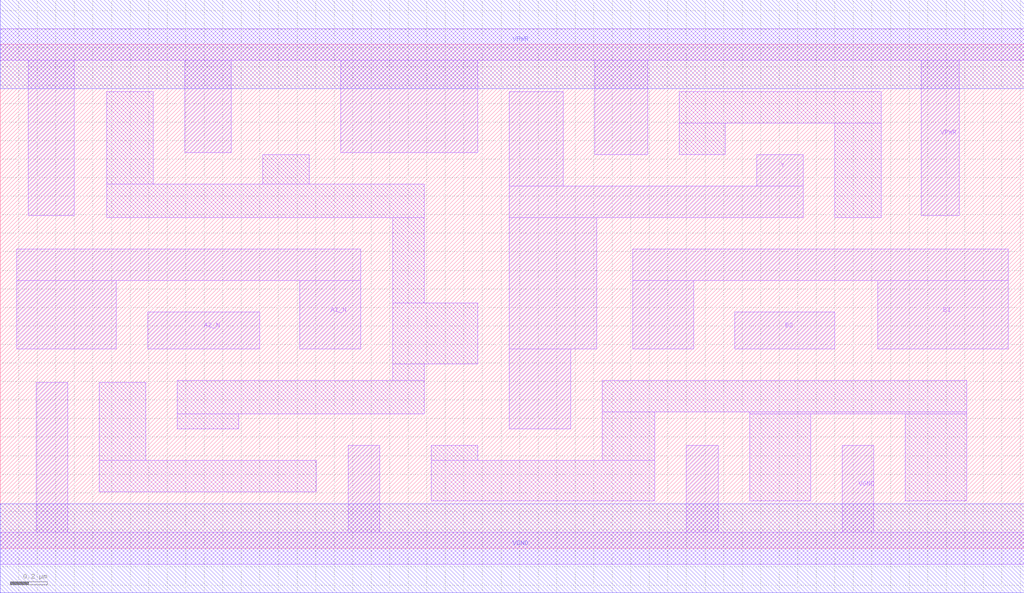
<source format=lef>
# Copyright 2020 The SkyWater PDK Authors
#
# Licensed under the Apache License, Version 2.0 (the "License");
# you may not use this file except in compliance with the License.
# You may obtain a copy of the License at
#
#     https://www.apache.org/licenses/LICENSE-2.0
#
# Unless required by applicable law or agreed to in writing, software
# distributed under the License is distributed on an "AS IS" BASIS,
# WITHOUT WARRANTIES OR CONDITIONS OF ANY KIND, either express or implied.
# See the License for the specific language governing permissions and
# limitations under the License.
#
# SPDX-License-Identifier: Apache-2.0

VERSION 5.5 ;
NAMESCASESENSITIVE ON ;
BUSBITCHARS "[]" ;
DIVIDERCHAR "/" ;
MACRO sky130_fd_sc_hd__o2bb2ai_2
  CLASS CORE ;
  SOURCE USER ;
  ORIGIN  0.000000  0.000000 ;
  SIZE  5.520000 BY  2.720000 ;
  SYMMETRY X Y R90 ;
  SITE unithd ;
  PIN A1_N
    ANTENNAGATEAREA  0.495000 ;
    DIRECTION INPUT ;
    USE SIGNAL ;
    PORT
      LAYER li1 ;
        RECT 0.090000 1.075000 0.625000 1.445000 ;
        RECT 0.090000 1.445000 1.945000 1.615000 ;
        RECT 1.615000 1.075000 1.945000 1.445000 ;
    END
  END A1_N
  PIN A2_N
    ANTENNAGATEAREA  0.495000 ;
    DIRECTION INPUT ;
    USE SIGNAL ;
    PORT
      LAYER li1 ;
        RECT 0.795000 1.075000 1.400000 1.275000 ;
    END
  END A2_N
  PIN B1
    ANTENNAGATEAREA  0.495000 ;
    DIRECTION INPUT ;
    USE SIGNAL ;
    PORT
      LAYER li1 ;
        RECT 3.410000 1.075000 3.740000 1.445000 ;
        RECT 3.410000 1.445000 5.435000 1.615000 ;
        RECT 4.730000 1.075000 5.435000 1.445000 ;
    END
  END B1
  PIN B2
    ANTENNAGATEAREA  0.495000 ;
    DIRECTION INPUT ;
    USE SIGNAL ;
    PORT
      LAYER li1 ;
        RECT 3.960000 1.075000 4.500000 1.275000 ;
    END
  END B2
  PIN Y
    ANTENNADIFFAREA  0.715500 ;
    DIRECTION OUTPUT ;
    USE SIGNAL ;
    PORT
      LAYER li1 ;
        RECT 2.745000 0.645000 3.075000 1.075000 ;
        RECT 2.745000 1.075000 3.215000 1.785000 ;
        RECT 2.745000 1.785000 4.330000 1.955000 ;
        RECT 2.745000 1.955000 3.035000 2.465000 ;
        RECT 4.080000 1.955000 4.330000 2.125000 ;
    END
  END Y
  PIN VGND
    DIRECTION INOUT ;
    SHAPE ABUTMENT ;
    USE GROUND ;
    PORT
      LAYER li1 ;
        RECT 0.000000 -0.085000 5.520000 0.085000 ;
        RECT 0.195000  0.085000 0.365000 0.895000 ;
        RECT 1.875000  0.085000 2.045000 0.555000 ;
        RECT 3.700000  0.085000 3.870000 0.555000 ;
        RECT 4.540000  0.085000 4.710000 0.555000 ;
    END
    PORT
      LAYER met1 ;
        RECT 0.000000 -0.240000 5.520000 0.240000 ;
    END
  END VGND
  PIN VNB
    DIRECTION INOUT ;
    USE GROUND ;
    PORT
    END
  END VNB
  PIN VPB
    DIRECTION INOUT ;
    USE POWER ;
    PORT
    END
  END VPB
  PIN VPWR
    DIRECTION INOUT ;
    SHAPE ABUTMENT ;
    USE POWER ;
    PORT
      LAYER li1 ;
        RECT 0.000000 2.635000 5.520000 2.805000 ;
        RECT 0.150000 1.795000 0.400000 2.635000 ;
        RECT 0.995000 2.135000 1.245000 2.635000 ;
        RECT 1.835000 2.135000 2.575000 2.635000 ;
        RECT 3.205000 2.125000 3.490000 2.635000 ;
        RECT 4.965000 1.795000 5.170000 2.635000 ;
    END
    PORT
      LAYER met1 ;
        RECT 0.000000 2.480000 5.520000 2.960000 ;
    END
  END VPWR
  OBS
    LAYER li1 ;
      RECT 0.535000 0.305000 1.705000 0.475000 ;
      RECT 0.535000 0.475000 0.785000 0.895000 ;
      RECT 0.575000 1.785000 2.285000 1.965000 ;
      RECT 0.575000 1.965000 0.825000 2.465000 ;
      RECT 0.955000 0.645000 1.285000 0.725000 ;
      RECT 0.955000 0.725000 2.285000 0.905000 ;
      RECT 1.415000 1.965000 1.665000 2.125000 ;
      RECT 2.115000 0.905000 2.285000 0.995000 ;
      RECT 2.115000 0.995000 2.575000 1.325000 ;
      RECT 2.115000 1.325000 2.285000 1.785000 ;
      RECT 2.325000 0.255000 3.530000 0.475000 ;
      RECT 2.325000 0.475000 2.575000 0.555000 ;
      RECT 3.245000 0.475000 3.530000 0.735000 ;
      RECT 3.245000 0.735000 5.210000 0.905000 ;
      RECT 3.660000 2.125000 3.910000 2.295000 ;
      RECT 3.660000 2.295000 4.750000 2.465000 ;
      RECT 4.040000 0.255000 4.370000 0.725000 ;
      RECT 4.040000 0.725000 5.210000 0.735000 ;
      RECT 4.500000 1.785000 4.750000 2.295000 ;
      RECT 4.880000 0.255000 5.210000 0.725000 ;
  END
END sky130_fd_sc_hd__o2bb2ai_2
END LIBRARY

</source>
